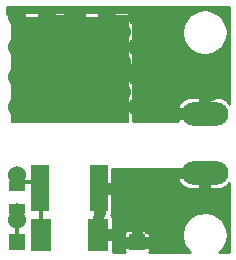
<source format=gtl>
G04 (created by PCBNEW (2013-07-07 BZR 4022)-stable) date 28/12/2014 00:49:19*
%MOIN*%
G04 Gerber Fmt 3.4, Leading zero omitted, Abs format*
%FSLAX34Y34*%
G01*
G70*
G90*
G04 APERTURE LIST*
%ADD10C,0.00590551*%
%ADD11R,0.008X0.06*%
%ADD12R,0.055X0.035*%
%ADD13C,0.06*%
%ADD14O,0.156X0.078*%
%ADD15R,0.0709X0.1063*%
%ADD16R,0.055X0.055*%
%ADD17R,0.3937X0.3543*%
%ADD18R,0.059X0.1574*%
%ADD19C,0.0607*%
%ADD20C,0.012*%
%ADD21C,0.01*%
G04 APERTURE END LIST*
G54D10*
G54D11*
X81250Y-67000D03*
G54D12*
X81250Y-67875D03*
X81250Y-67125D03*
G54D13*
X81250Y-66750D03*
X81250Y-68250D03*
G54D11*
X81250Y-68000D03*
G54D14*
X87500Y-64710D03*
X87500Y-66680D03*
G54D15*
X82055Y-68750D03*
X83945Y-68750D03*
G54D16*
X85250Y-69000D03*
X81250Y-69000D03*
G54D17*
X83000Y-63250D03*
G54D18*
X82016Y-67187D03*
X83984Y-67187D03*
G54D19*
X86250Y-69000D03*
X85750Y-68500D03*
X85250Y-68000D03*
X84750Y-67500D03*
X85250Y-67000D03*
X85750Y-67500D03*
X86250Y-67000D03*
X86750Y-67500D03*
X87750Y-67500D03*
X81250Y-61500D03*
X82250Y-61500D03*
X83250Y-61500D03*
X84250Y-61500D03*
X85250Y-61500D03*
X86250Y-61500D03*
X85750Y-62000D03*
X86250Y-62500D03*
X84750Y-62000D03*
X83750Y-62000D03*
X82750Y-62000D03*
X81750Y-62000D03*
X81250Y-62500D03*
X82250Y-62500D03*
X83250Y-62500D03*
X84250Y-62500D03*
X85250Y-62500D03*
X86750Y-63000D03*
X87250Y-63500D03*
X87750Y-64000D03*
X86750Y-64000D03*
X86250Y-63500D03*
X85750Y-63000D03*
X85250Y-63500D03*
X84750Y-63000D03*
X84250Y-63500D03*
X83750Y-63000D03*
X83250Y-63500D03*
X82750Y-63000D03*
X82250Y-63500D03*
X81750Y-63000D03*
X81250Y-63500D03*
X81250Y-64500D03*
X81750Y-64000D03*
X82250Y-64500D03*
X82750Y-64000D03*
X83250Y-64500D03*
X83750Y-64000D03*
X84250Y-64500D03*
X84750Y-64000D03*
X85250Y-64500D03*
X85750Y-64000D03*
X86250Y-64500D03*
G54D20*
X87750Y-67500D02*
X86750Y-67500D01*
X86250Y-69000D02*
X86250Y-68000D01*
X86250Y-68000D02*
X86750Y-67500D01*
X85250Y-68000D02*
X85750Y-68500D01*
X85250Y-67000D02*
X84750Y-67500D01*
X86250Y-67000D02*
X85750Y-67500D01*
X81250Y-61500D02*
X83000Y-63250D01*
X83250Y-61500D02*
X82250Y-61500D01*
X85250Y-61500D02*
X84250Y-61500D01*
X83750Y-62000D02*
X84750Y-62000D01*
X81750Y-62000D02*
X82750Y-62000D01*
X82250Y-62500D02*
X81250Y-62500D01*
X84250Y-62500D02*
X83250Y-62500D01*
X86250Y-62500D02*
X85250Y-62500D01*
X87250Y-63500D02*
X87750Y-64000D01*
X87500Y-64710D02*
X86460Y-64710D01*
X86250Y-63500D02*
X86750Y-64000D01*
X85250Y-63500D02*
X85750Y-63000D01*
X84250Y-63500D02*
X84750Y-63000D01*
X83250Y-63500D02*
X83750Y-63000D01*
X82250Y-63500D02*
X82750Y-63000D01*
X81250Y-63500D02*
X81750Y-63000D01*
X81750Y-64000D02*
X81250Y-64500D01*
X82750Y-64000D02*
X82250Y-64500D01*
X83750Y-64000D02*
X83250Y-64500D01*
X84750Y-64000D02*
X84250Y-64500D01*
X85750Y-64000D02*
X85250Y-64500D01*
X86460Y-64710D02*
X86250Y-64500D01*
X81250Y-69000D02*
X81250Y-68250D01*
X82055Y-68750D02*
X82055Y-67226D01*
X82055Y-67226D02*
X82016Y-67187D01*
X81250Y-67000D02*
X81829Y-67000D01*
X81829Y-67000D02*
X82016Y-67187D01*
X82055Y-67226D02*
X82016Y-67187D01*
G54D10*
G36*
X88330Y-69330D02*
X87996Y-69330D01*
X88018Y-69315D01*
X88065Y-69268D01*
X88065Y-69267D01*
X88194Y-69074D01*
X88195Y-69074D01*
X88220Y-69012D01*
X88266Y-68783D01*
X88266Y-68783D01*
X88266Y-68782D01*
X88266Y-68750D01*
X88266Y-68717D01*
X88266Y-68716D01*
X88266Y-68716D01*
X88220Y-68487D01*
X88195Y-68425D01*
X88194Y-68425D01*
X88065Y-68232D01*
X88065Y-68231D01*
X88018Y-68184D01*
X87823Y-68054D01*
X87762Y-68029D01*
X87761Y-68029D01*
X87533Y-67983D01*
X87532Y-67983D01*
X87466Y-67983D01*
X87350Y-68006D01*
X87350Y-67220D01*
X87350Y-66830D01*
X86630Y-66830D01*
X86621Y-66909D01*
X86622Y-66955D01*
X86764Y-67121D01*
X86960Y-67220D01*
X87350Y-67220D01*
X87350Y-68006D01*
X87237Y-68029D01*
X87175Y-68054D01*
X87175Y-68055D01*
X86982Y-68184D01*
X86981Y-68184D01*
X86934Y-68231D01*
X86804Y-68426D01*
X86779Y-68487D01*
X86779Y-68488D01*
X86733Y-68716D01*
X86733Y-68716D01*
X86733Y-68717D01*
X86733Y-68750D01*
X86733Y-68782D01*
X86733Y-68783D01*
X86733Y-68783D01*
X86779Y-69011D01*
X86779Y-69012D01*
X86804Y-69073D01*
X86934Y-69268D01*
X86981Y-69315D01*
X86982Y-69315D01*
X87003Y-69330D01*
X85664Y-69330D01*
X85674Y-69304D01*
X85675Y-69245D01*
X85675Y-68754D01*
X85674Y-68695D01*
X85652Y-68639D01*
X85609Y-68597D01*
X85554Y-68574D01*
X85425Y-68575D01*
X85387Y-68612D01*
X85387Y-68862D01*
X85637Y-68862D01*
X85675Y-68825D01*
X85675Y-68754D01*
X85675Y-69245D01*
X85675Y-69175D01*
X85637Y-69137D01*
X85387Y-69137D01*
X85387Y-69157D01*
X85112Y-69157D01*
X85112Y-69137D01*
X85112Y-68862D01*
X85112Y-68612D01*
X85075Y-68575D01*
X84945Y-68574D01*
X84890Y-68597D01*
X84847Y-68639D01*
X84825Y-68695D01*
X84824Y-68754D01*
X84825Y-68825D01*
X84862Y-68862D01*
X85112Y-68862D01*
X85112Y-69137D01*
X84862Y-69137D01*
X84825Y-69175D01*
X84824Y-69245D01*
X84825Y-69304D01*
X84835Y-69330D01*
X84441Y-69330D01*
X84449Y-69311D01*
X84449Y-69251D01*
X84449Y-68248D01*
X84449Y-68188D01*
X84426Y-68133D01*
X84384Y-68091D01*
X84376Y-68088D01*
X84406Y-68059D01*
X84428Y-68003D01*
X84429Y-67944D01*
X84429Y-67374D01*
X84391Y-67337D01*
X84131Y-67337D01*
X84131Y-68069D01*
X84095Y-68106D01*
X84095Y-68600D01*
X84412Y-68600D01*
X84449Y-68562D01*
X84449Y-68248D01*
X84449Y-69251D01*
X84449Y-68937D01*
X84412Y-68900D01*
X84095Y-68900D01*
X84095Y-68907D01*
X83800Y-68907D01*
X83800Y-68123D01*
X83836Y-68086D01*
X83836Y-67337D01*
X83826Y-67337D01*
X83826Y-67037D01*
X83836Y-67037D01*
X83836Y-67029D01*
X84131Y-67029D01*
X84131Y-67037D01*
X84391Y-67037D01*
X84429Y-66999D01*
X84429Y-66550D01*
X87657Y-66550D01*
X87657Y-66830D01*
X87650Y-66830D01*
X87650Y-67220D01*
X88040Y-67220D01*
X88235Y-67121D01*
X88330Y-67011D01*
X88330Y-69330D01*
X88330Y-69330D01*
G37*
G54D21*
X88330Y-69330D02*
X87996Y-69330D01*
X88018Y-69315D01*
X88065Y-69268D01*
X88065Y-69267D01*
X88194Y-69074D01*
X88195Y-69074D01*
X88220Y-69012D01*
X88266Y-68783D01*
X88266Y-68783D01*
X88266Y-68782D01*
X88266Y-68750D01*
X88266Y-68717D01*
X88266Y-68716D01*
X88266Y-68716D01*
X88220Y-68487D01*
X88195Y-68425D01*
X88194Y-68425D01*
X88065Y-68232D01*
X88065Y-68231D01*
X88018Y-68184D01*
X87823Y-68054D01*
X87762Y-68029D01*
X87761Y-68029D01*
X87533Y-67983D01*
X87532Y-67983D01*
X87466Y-67983D01*
X87350Y-68006D01*
X87350Y-67220D01*
X87350Y-66830D01*
X86630Y-66830D01*
X86621Y-66909D01*
X86622Y-66955D01*
X86764Y-67121D01*
X86960Y-67220D01*
X87350Y-67220D01*
X87350Y-68006D01*
X87237Y-68029D01*
X87175Y-68054D01*
X87175Y-68055D01*
X86982Y-68184D01*
X86981Y-68184D01*
X86934Y-68231D01*
X86804Y-68426D01*
X86779Y-68487D01*
X86779Y-68488D01*
X86733Y-68716D01*
X86733Y-68716D01*
X86733Y-68717D01*
X86733Y-68750D01*
X86733Y-68782D01*
X86733Y-68783D01*
X86733Y-68783D01*
X86779Y-69011D01*
X86779Y-69012D01*
X86804Y-69073D01*
X86934Y-69268D01*
X86981Y-69315D01*
X86982Y-69315D01*
X87003Y-69330D01*
X85664Y-69330D01*
X85674Y-69304D01*
X85675Y-69245D01*
X85675Y-68754D01*
X85674Y-68695D01*
X85652Y-68639D01*
X85609Y-68597D01*
X85554Y-68574D01*
X85425Y-68575D01*
X85387Y-68612D01*
X85387Y-68862D01*
X85637Y-68862D01*
X85675Y-68825D01*
X85675Y-68754D01*
X85675Y-69245D01*
X85675Y-69175D01*
X85637Y-69137D01*
X85387Y-69137D01*
X85387Y-69157D01*
X85112Y-69157D01*
X85112Y-69137D01*
X85112Y-68862D01*
X85112Y-68612D01*
X85075Y-68575D01*
X84945Y-68574D01*
X84890Y-68597D01*
X84847Y-68639D01*
X84825Y-68695D01*
X84824Y-68754D01*
X84825Y-68825D01*
X84862Y-68862D01*
X85112Y-68862D01*
X85112Y-69137D01*
X84862Y-69137D01*
X84825Y-69175D01*
X84824Y-69245D01*
X84825Y-69304D01*
X84835Y-69330D01*
X84441Y-69330D01*
X84449Y-69311D01*
X84449Y-69251D01*
X84449Y-68248D01*
X84449Y-68188D01*
X84426Y-68133D01*
X84384Y-68091D01*
X84376Y-68088D01*
X84406Y-68059D01*
X84428Y-68003D01*
X84429Y-67944D01*
X84429Y-67374D01*
X84391Y-67337D01*
X84131Y-67337D01*
X84131Y-68069D01*
X84095Y-68106D01*
X84095Y-68600D01*
X84412Y-68600D01*
X84449Y-68562D01*
X84449Y-68248D01*
X84449Y-69251D01*
X84449Y-68937D01*
X84412Y-68900D01*
X84095Y-68900D01*
X84095Y-68907D01*
X83800Y-68907D01*
X83800Y-68123D01*
X83836Y-68086D01*
X83836Y-67337D01*
X83826Y-67337D01*
X83826Y-67037D01*
X83836Y-67037D01*
X83836Y-67029D01*
X84131Y-67029D01*
X84131Y-67037D01*
X84391Y-67037D01*
X84429Y-66999D01*
X84429Y-66550D01*
X87657Y-66550D01*
X87657Y-66830D01*
X87650Y-66830D01*
X87650Y-67220D01*
X88040Y-67220D01*
X88235Y-67121D01*
X88330Y-67011D01*
X88330Y-69330D01*
G54D10*
G36*
X88330Y-64378D02*
X88266Y-64305D01*
X88266Y-62032D01*
X88266Y-62000D01*
X88266Y-61967D01*
X88266Y-61966D01*
X88266Y-61966D01*
X88220Y-61737D01*
X88195Y-61675D01*
X88194Y-61675D01*
X88065Y-61482D01*
X88065Y-61481D01*
X88018Y-61434D01*
X87823Y-61304D01*
X87762Y-61279D01*
X87761Y-61279D01*
X87533Y-61233D01*
X87532Y-61233D01*
X87466Y-61233D01*
X87237Y-61279D01*
X87175Y-61304D01*
X87175Y-61305D01*
X86982Y-61434D01*
X86981Y-61434D01*
X86934Y-61481D01*
X86804Y-61676D01*
X86779Y-61737D01*
X86779Y-61738D01*
X86733Y-61966D01*
X86733Y-61966D01*
X86733Y-61967D01*
X86733Y-62000D01*
X86733Y-62032D01*
X86733Y-62033D01*
X86733Y-62033D01*
X86779Y-62261D01*
X86779Y-62262D01*
X86804Y-62323D01*
X86934Y-62518D01*
X86981Y-62565D01*
X86982Y-62565D01*
X87175Y-62694D01*
X87175Y-62695D01*
X87237Y-62720D01*
X87466Y-62766D01*
X87532Y-62766D01*
X87533Y-62766D01*
X87761Y-62720D01*
X87762Y-62720D01*
X87823Y-62695D01*
X88018Y-62565D01*
X88065Y-62518D01*
X88065Y-62517D01*
X88194Y-62324D01*
X88195Y-62324D01*
X88220Y-62262D01*
X88266Y-62033D01*
X88266Y-62033D01*
X88266Y-62032D01*
X88266Y-64305D01*
X88235Y-64268D01*
X88040Y-64170D01*
X87650Y-64170D01*
X87650Y-64560D01*
X87657Y-64560D01*
X87657Y-64860D01*
X87650Y-64860D01*
X87650Y-64867D01*
X87350Y-64867D01*
X87350Y-64860D01*
X87350Y-64560D01*
X87350Y-64170D01*
X86960Y-64170D01*
X86764Y-64268D01*
X86622Y-64434D01*
X86621Y-64480D01*
X86630Y-64560D01*
X87350Y-64560D01*
X87350Y-64860D01*
X86630Y-64860D01*
X86621Y-64939D01*
X86621Y-64950D01*
X85118Y-64950D01*
X85118Y-61508D01*
X85118Y-61448D01*
X85095Y-61393D01*
X85053Y-61351D01*
X84998Y-61328D01*
X83187Y-61328D01*
X83150Y-61366D01*
X83150Y-63100D01*
X85081Y-63100D01*
X85118Y-63062D01*
X85118Y-61508D01*
X85118Y-64950D01*
X85118Y-64950D01*
X85118Y-63437D01*
X85081Y-63400D01*
X83150Y-63400D01*
X83150Y-63407D01*
X82850Y-63407D01*
X82850Y-63400D01*
X82842Y-63400D01*
X82842Y-63100D01*
X82850Y-63100D01*
X82850Y-61366D01*
X82812Y-61328D01*
X81001Y-61328D01*
X80946Y-61351D01*
X80919Y-61378D01*
X80919Y-61169D01*
X88330Y-61169D01*
X88330Y-64378D01*
X88330Y-64378D01*
G37*
G54D21*
X88330Y-64378D02*
X88266Y-64305D01*
X88266Y-62032D01*
X88266Y-62000D01*
X88266Y-61967D01*
X88266Y-61966D01*
X88266Y-61966D01*
X88220Y-61737D01*
X88195Y-61675D01*
X88194Y-61675D01*
X88065Y-61482D01*
X88065Y-61481D01*
X88018Y-61434D01*
X87823Y-61304D01*
X87762Y-61279D01*
X87761Y-61279D01*
X87533Y-61233D01*
X87532Y-61233D01*
X87466Y-61233D01*
X87237Y-61279D01*
X87175Y-61304D01*
X87175Y-61305D01*
X86982Y-61434D01*
X86981Y-61434D01*
X86934Y-61481D01*
X86804Y-61676D01*
X86779Y-61737D01*
X86779Y-61738D01*
X86733Y-61966D01*
X86733Y-61966D01*
X86733Y-61967D01*
X86733Y-62000D01*
X86733Y-62032D01*
X86733Y-62033D01*
X86733Y-62033D01*
X86779Y-62261D01*
X86779Y-62262D01*
X86804Y-62323D01*
X86934Y-62518D01*
X86981Y-62565D01*
X86982Y-62565D01*
X87175Y-62694D01*
X87175Y-62695D01*
X87237Y-62720D01*
X87466Y-62766D01*
X87532Y-62766D01*
X87533Y-62766D01*
X87761Y-62720D01*
X87762Y-62720D01*
X87823Y-62695D01*
X88018Y-62565D01*
X88065Y-62518D01*
X88065Y-62517D01*
X88194Y-62324D01*
X88195Y-62324D01*
X88220Y-62262D01*
X88266Y-62033D01*
X88266Y-62033D01*
X88266Y-62032D01*
X88266Y-64305D01*
X88235Y-64268D01*
X88040Y-64170D01*
X87650Y-64170D01*
X87650Y-64560D01*
X87657Y-64560D01*
X87657Y-64860D01*
X87650Y-64860D01*
X87650Y-64867D01*
X87350Y-64867D01*
X87350Y-64860D01*
X87350Y-64560D01*
X87350Y-64170D01*
X86960Y-64170D01*
X86764Y-64268D01*
X86622Y-64434D01*
X86621Y-64480D01*
X86630Y-64560D01*
X87350Y-64560D01*
X87350Y-64860D01*
X86630Y-64860D01*
X86621Y-64939D01*
X86621Y-64950D01*
X85118Y-64950D01*
X85118Y-61508D01*
X85118Y-61448D01*
X85095Y-61393D01*
X85053Y-61351D01*
X84998Y-61328D01*
X83187Y-61328D01*
X83150Y-61366D01*
X83150Y-63100D01*
X85081Y-63100D01*
X85118Y-63062D01*
X85118Y-61508D01*
X85118Y-64950D01*
X85118Y-64950D01*
X85118Y-63437D01*
X85081Y-63400D01*
X83150Y-63400D01*
X83150Y-63407D01*
X82850Y-63407D01*
X82850Y-63400D01*
X82842Y-63400D01*
X82842Y-63100D01*
X82850Y-63100D01*
X82850Y-61366D01*
X82812Y-61328D01*
X81001Y-61328D01*
X80946Y-61351D01*
X80919Y-61378D01*
X80919Y-61169D01*
X88330Y-61169D01*
X88330Y-64378D01*
M02*

</source>
